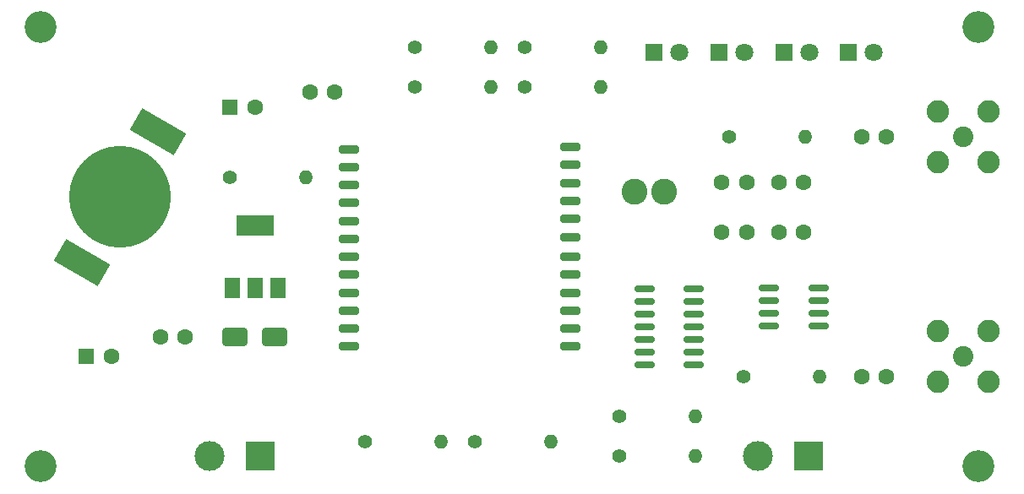
<source format=gbr>
%TF.GenerationSoftware,KiCad,Pcbnew,7.0.10*%
%TF.CreationDate,2024-05-18T19:18:12+08:00*%
%TF.ProjectId,pcb,7063622e-6b69-4636-9164-5f7063625858,rev?*%
%TF.SameCoordinates,Original*%
%TF.FileFunction,Soldermask,Top*%
%TF.FilePolarity,Negative*%
%FSLAX46Y46*%
G04 Gerber Fmt 4.6, Leading zero omitted, Abs format (unit mm)*
G04 Created by KiCad (PCBNEW 7.0.10) date 2024-05-18 19:18:12*
%MOMM*%
%LPD*%
G01*
G04 APERTURE LIST*
G04 Aperture macros list*
%AMRoundRect*
0 Rectangle with rounded corners*
0 $1 Rounding radius*
0 $2 $3 $4 $5 $6 $7 $8 $9 X,Y pos of 4 corners*
0 Add a 4 corners polygon primitive as box body*
4,1,4,$2,$3,$4,$5,$6,$7,$8,$9,$2,$3,0*
0 Add four circle primitives for the rounded corners*
1,1,$1+$1,$2,$3*
1,1,$1+$1,$4,$5*
1,1,$1+$1,$6,$7*
1,1,$1+$1,$8,$9*
0 Add four rect primitives between the rounded corners*
20,1,$1+$1,$2,$3,$4,$5,0*
20,1,$1+$1,$4,$5,$6,$7,0*
20,1,$1+$1,$6,$7,$8,$9,0*
20,1,$1+$1,$8,$9,$2,$3,0*%
%AMRotRect*
0 Rectangle, with rotation*
0 The origin of the aperture is its center*
0 $1 length*
0 $2 width*
0 $3 Rotation angle, in degrees counterclockwise*
0 Add horizontal line*
21,1,$1,$2,0,0,$3*%
G04 Aperture macros list end*
%ADD10C,1.400000*%
%ADD11O,1.400000X1.400000*%
%ADD12R,1.800000X1.800000*%
%ADD13C,1.800000*%
%ADD14RoundRect,0.250000X-1.000000X-0.650000X1.000000X-0.650000X1.000000X0.650000X-1.000000X0.650000X0*%
%ADD15RoundRect,0.150000X-0.825000X-0.150000X0.825000X-0.150000X0.825000X0.150000X-0.825000X0.150000X0*%
%ADD16C,2.050000*%
%ADD17C,2.250000*%
%ADD18C,1.600000*%
%ADD19C,2.600000*%
%ADD20RotRect,2.500000X5.100000X240.000000*%
%ADD21C,10.200000*%
%ADD22RoundRect,0.200000X-0.800000X-0.200000X0.800000X-0.200000X0.800000X0.200000X-0.800000X0.200000X0*%
%ADD23R,3.000000X3.000000*%
%ADD24C,3.000000*%
%ADD25R,1.600000X1.600000*%
%ADD26C,3.200000*%
%ADD27R,1.500000X2.000000*%
%ADD28R,3.800000X2.000000*%
G04 APERTURE END LIST*
D10*
%TO.C,R2*%
X120500000Y-55000000D03*
D11*
X128120000Y-55000000D03*
%TD*%
D10*
%TO.C,R3*%
X152000000Y-64000000D03*
D11*
X159620000Y-64000000D03*
%TD*%
D12*
%TO.C,D5*%
X157500000Y-55500000D03*
D13*
X160040000Y-55500000D03*
%TD*%
D14*
%TO.C,D2*%
X102500000Y-84000000D03*
X106500000Y-84000000D03*
%TD*%
D10*
%TO.C,R9*%
X141000000Y-96000000D03*
D11*
X148620000Y-96000000D03*
%TD*%
D10*
%TO.C,R4*%
X120500000Y-59000000D03*
D11*
X128120000Y-59000000D03*
%TD*%
D12*
%TO.C,D1*%
X151000000Y-55500000D03*
D13*
X153540000Y-55500000D03*
%TD*%
D15*
%TO.C,U3*%
X143525000Y-79190000D03*
X143525000Y-80460000D03*
X143525000Y-81730000D03*
X143525000Y-83000000D03*
X143525000Y-84270000D03*
X143525000Y-85540000D03*
X143525000Y-86810000D03*
X148475000Y-86810000D03*
X148475000Y-85540000D03*
X148475000Y-84270000D03*
X148475000Y-83000000D03*
X148475000Y-81730000D03*
X148475000Y-80460000D03*
X148475000Y-79190000D03*
%TD*%
D10*
%TO.C,R10*%
X153500000Y-88000000D03*
D11*
X161120000Y-88000000D03*
%TD*%
D16*
%TO.C,J2*%
X175500000Y-64000000D03*
D17*
X172960000Y-61460000D03*
X172960000Y-66540000D03*
X178040000Y-61460000D03*
X178040000Y-66540000D03*
%TD*%
D18*
%TO.C,C8*%
X165300000Y-64000000D03*
X167800000Y-64000000D03*
%TD*%
D15*
%TO.C,U4*%
X156025000Y-79095000D03*
X156025000Y-80365000D03*
X156025000Y-81635000D03*
X156025000Y-82905000D03*
X160975000Y-82905000D03*
X160975000Y-81635000D03*
X160975000Y-80365000D03*
X160975000Y-79095000D03*
%TD*%
D16*
%TO.C,J3*%
X175500000Y-86000000D03*
D17*
X172960000Y-83460000D03*
X172960000Y-88540000D03*
X178040000Y-83460000D03*
X178040000Y-88540000D03*
%TD*%
D19*
%TO.C,L1*%
X142500000Y-69500000D03*
X145500000Y-69500000D03*
%TD*%
D10*
%TO.C,R6*%
X131500000Y-59000000D03*
D11*
X139120000Y-59000000D03*
%TD*%
D18*
%TO.C,C10*%
X157000000Y-73500000D03*
X159500000Y-73500000D03*
%TD*%
D20*
%TO.C,BT1*%
X94800000Y-63418207D03*
X87200000Y-76581793D03*
D21*
X91000000Y-70000000D03*
%TD*%
D22*
%TO.C,U2*%
X113900000Y-65200000D03*
X113900000Y-67000000D03*
X113900000Y-68800000D03*
X113900000Y-70600000D03*
X113900000Y-72400000D03*
X113900000Y-74200000D03*
X113900000Y-76000000D03*
X113900000Y-77800000D03*
X113900000Y-79600000D03*
X113900000Y-81400000D03*
X113900000Y-83200000D03*
X113900000Y-85000000D03*
X136100000Y-85000000D03*
X136100000Y-83200000D03*
X136100000Y-81400000D03*
X136100000Y-79600000D03*
X136100000Y-77800000D03*
X136100000Y-76000000D03*
X136100000Y-74000000D03*
X136100000Y-72200000D03*
X136100000Y-70400000D03*
X136100000Y-68600000D03*
X136100000Y-66800000D03*
X136100000Y-65000000D03*
%TD*%
D10*
%TO.C,R5*%
X102000000Y-68000000D03*
D11*
X109620000Y-68000000D03*
%TD*%
D23*
%TO.C,J1*%
X105000000Y-96000000D03*
D24*
X99920000Y-96000000D03*
%TD*%
D18*
%TO.C,C6*%
X151300000Y-73500000D03*
X153800000Y-73500000D03*
%TD*%
D12*
%TO.C,D3*%
X144500000Y-55500000D03*
D13*
X147040000Y-55500000D03*
%TD*%
D10*
%TO.C,R7*%
X115500000Y-94500000D03*
D11*
X123120000Y-94500000D03*
%TD*%
D10*
%TO.C,R8*%
X126500000Y-94500000D03*
D11*
X134120000Y-94500000D03*
%TD*%
D25*
%TO.C,C1*%
X87600000Y-86000000D03*
D18*
X90100000Y-86000000D03*
%TD*%
D23*
%TO.C,J4*%
X160000000Y-96000000D03*
D24*
X154920000Y-96000000D03*
%TD*%
D18*
%TO.C,C4*%
X157000000Y-68500000D03*
X159500000Y-68500000D03*
%TD*%
%TO.C,C2*%
X95000000Y-84000000D03*
X97500000Y-84000000D03*
%TD*%
D10*
%TO.C,R11*%
X141000000Y-92000000D03*
D11*
X148620000Y-92000000D03*
%TD*%
D26*
%TO.C,H1*%
X83000000Y-53000000D03*
%TD*%
%TO.C,H4*%
X83000000Y-97000000D03*
%TD*%
D25*
%TO.C,C7*%
X102000000Y-61000000D03*
D18*
X104500000Y-61000000D03*
%TD*%
D12*
%TO.C,D4*%
X164000000Y-55500000D03*
D13*
X166540000Y-55500000D03*
%TD*%
D26*
%TO.C,H3*%
X177000000Y-97000000D03*
%TD*%
D10*
%TO.C,R1*%
X131500000Y-55000000D03*
D11*
X139120000Y-55000000D03*
%TD*%
D18*
%TO.C,C9*%
X165300000Y-88000000D03*
X167800000Y-88000000D03*
%TD*%
%TO.C,C5*%
X110000000Y-59500000D03*
X112500000Y-59500000D03*
%TD*%
D26*
%TO.C,H2*%
X177000000Y-53000000D03*
%TD*%
D18*
%TO.C,C3*%
X151300000Y-68500000D03*
X153800000Y-68500000D03*
%TD*%
D27*
%TO.C,U1*%
X102200000Y-79150000D03*
X104500000Y-79150000D03*
D28*
X104500000Y-72850000D03*
D27*
X106800000Y-79150000D03*
%TD*%
M02*

</source>
